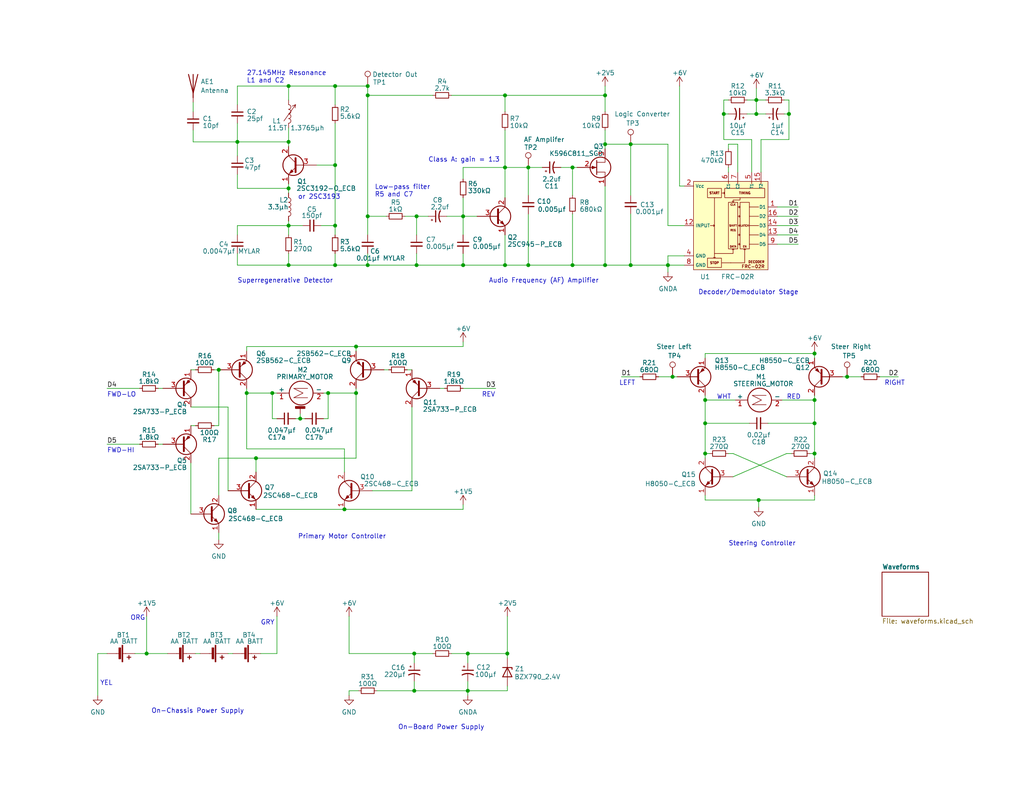
<source format=kicad_sch>
(kicad_sch (version 20230121) (generator eeschema)
  (paper "USLetter")
  (title_block (title "Marcraft SE-1030 RC Car (Confluent)") (date "2023-07-21"))
  (lib_symbols
    (symbol "Connector:TestPoint" (pin_numbers hide) (pin_names (offset 0.762) hide)
      (property "Reference" "TP" (at 0 6.858 0))
      (property "Value" "TestPoint" (at 0 5.08 0))
      (symbol "TestPoint_0_1"
        (circle (center 0 3.302) (radius 0.762))
      )
      (symbol "TestPoint_1_1"
        (pin passive line (at 0 0 90) (length 2.54) (name "1") (number "1"))
      )
    )
    (symbol "Device:Antenna" (pin_numbers hide) (pin_names (offset 1.016) hide)
      (property "Reference" "AE" (at -1.905 1.905 0))
      (property "Value" "Antenna" (at -1.905 0 0))
      (symbol "Antenna_0_1"
        (polyline (pts (xy 0 2.54) (xy 0 -3.81)) (stroke (width 0.254)))
        (polyline (pts (xy 1.27 2.54) (xy 0 -2.54) (xy -1.27 2.54)) (stroke (width 0.254)))
      )
      (symbol "Antenna_1_1"
        (pin input line (at 0 -5.08 90) (length 2.54) (name "A") (number "1"))
      )
    )
    (symbol "Device:Battery_Cell" (pin_numbers hide) (pin_names (offset 0) hide)
      (property "Reference" "BT" (at 2.54 2.54 0))
      (property "Value" "Battery_Cell" (at 2.54 0 0))
      (symbol "Battery_Cell_0_1"
        (rectangle (start -2.286 1.778) (end 2.286 1.524) (fill (type outline)))
        (rectangle (start -1.5748 1.1938) (end 1.4732 0.6858) (fill (type outline)))
        (polyline (pts (xy 0 0.762) (xy 0 0)))
        (polyline (pts (xy 0 1.778) (xy 0 2.54)))
        (polyline (pts (xy 0.508 3.429) (xy 1.524 3.429)) (stroke (width 0.254)))
        (polyline (pts (xy 1.016 3.937) (xy 1.016 2.921)) (stroke (width 0.254)))
      )
      (symbol "Battery_Cell_1_1"
        (pin passive line (at 0 5.08 270) (length 2.54) (name "+") (number "1"))
        (pin passive line (at 0 -2.54 90) (length 2.54) (name "-") (number "2"))
      )
    )
    (symbol "Device:C_Polarized_Small_US" (pin_numbers hide) (pin_names (offset 0.254) hide)
      (property "Reference" "C" (at 0.254 1.778 0))
      (property "Value" "C_Polarized_Small_US" (at 0.254 -2.032 0))
      (symbol "C_Polarized_Small_US_0_1"
        (polyline (pts (xy -1.524 0.508) (xy 1.524 0.508)) (stroke (width 0.3048)))
        (polyline (pts (xy -1.27 1.524) (xy -0.762 1.524)))
        (polyline (pts (xy -1.016 1.27) (xy -1.016 1.778)))
        (arc (start 1.524 -0.762) (mid 0 -0.3734) (end -1.524 -0.762) (stroke (width 0.3048)))
      )
      (symbol "C_Polarized_Small_US_1_1"
        (pin passive line (at 0 2.54 270) (length 2.032) (name "~") (number "1"))
        (pin passive line (at 0 -2.54 90) (length 2.032) (name "~") (number "2"))
      )
    )
    (symbol "Device:C_Small" (pin_numbers hide) (pin_names (offset 0.254) hide)
      (property "Reference" "C" (at 0.254 1.778 0))
      (property "Value" "C_Small" (at 0.254 -2.032 0))
      (symbol "C_Small_0_1"
        (polyline (pts (xy -1.524 -0.508) (xy 1.524 -0.508)) (stroke (width 0.3302)))
        (polyline (pts (xy -1.524 0.508) (xy 1.524 0.508)) (stroke (width 0.3048)))
      )
      (symbol "C_Small_1_1"
        (pin passive line (at 0 2.54 270) (length 2.032) (name "~") (number "1"))
        (pin passive line (at 0 -2.54 90) (length 2.032) (name "~") (number "2"))
      )
    )
    (symbol "Device:D_Zener" (pin_numbers hide) (pin_names (offset 1.016) hide)
      (property "Reference" "D" (at 0 2.54 0))
      (property "Value" "D_Zener" (at 0 -2.54 0))
      (symbol "D_Zener_0_1"
        (polyline (pts (xy 1.27 0) (xy -1.27 0)))
        (polyline (pts (xy -1.27 -1.27) (xy -1.27 1.27) (xy -0.762 1.27)) (stroke (width 0.254)))
        (polyline (pts (xy 1.27 -1.27) (xy 1.27 1.27) (xy -1.27 0) (xy 1.27 -1.27)) (stroke (width 0.254)))
      )
      (symbol "D_Zener_1_1"
        (pin passive line (at -3.81 0 0) (length 2.54) (name "K") (number "1"))
        (pin passive line (at 3.81 0 180) (length 2.54) (name "A") (number "2"))
      )
    )
    (symbol "Device:L" (pin_numbers hide) (pin_names (offset 1.016) hide)
      (property "Reference" "L" (at -1.27 0 90))
      (property "Value" "L" (at 1.905 0 90))
      (symbol "L_0_1"
        (arc (start 0 -2.54) (mid 0.6323 -1.905) (end 0 -1.27))
        (arc (start 0 -1.27) (mid 0.6323 -0.635) (end 0 0))
        (arc (start 0 0) (mid 0.6323 0.635) (end 0 1.27))
        (arc (start 0 1.27) (mid 0.6323 1.905) (end 0 2.54))
      )
      (symbol "L_1_1"
        (pin passive line (at 0 3.81 270) (length 1.27) (name "1") (number "1"))
        (pin passive line (at 0 -3.81 90) (length 1.27) (name "2") (number "2"))
      )
    )
    (symbol "Device:L_Trim" (pin_numbers hide) (pin_names (offset 1.016) hide)
      (property "Reference" "L" (at -1.905 0 90))
      (property "Value" "L_Trim" (at 3.175 0 90))
      (symbol "L_Trim_0_1"
        (arc (start 0 -2.54) (mid 0.6323 -1.905) (end 0 -1.27))
        (arc (start 0 -1.27) (mid 0.6323 -0.635) (end 0 0))
        (polyline (pts (xy -1.27 -1.905) (xy 1.905 2.54)))
        (polyline (pts (xy 1.905 2.54) (xy 1.016 2.159)))
        (polyline (pts (xy 1.905 2.54) (xy 1.778 1.651)))
        (arc (start 0 0) (mid 0.6323 0.635) (end 0 1.27))
        (arc (start 0 1.27) (mid 0.6323 1.905) (end 0 2.54))
      )
      (symbol "L_Trim_1_1"
        (pin passive line (at 0 3.81 270) (length 1.27) (name "1") (number "1"))
        (pin passive line (at 0 -3.81 90) (length 1.27) (name "2") (number "2"))
      )
    )
    (symbol "Device:Q_NJFET_SGD" (pin_names (offset 0) hide)
      (property "Reference" "Q" (at 5.08 1.27 0))
      (property "Value" "Q_NJFET_SGD" (at 5.08 -1.27 0))
      (symbol "Q_NJFET_SGD_0_1"
        (polyline (pts (xy 0.254 1.905) (xy 0.254 -1.905) (xy 0.254 -1.905)) (stroke (width 0.254)))
        (polyline (pts (xy 2.54 -2.54) (xy 2.54 -1.27) (xy 0.254 -1.27)))
        (polyline (pts (xy 2.54 2.54) (xy 2.54 1.397) (xy 0.254 1.397)))
        (polyline (pts (xy 0 0) (xy -1.016 0.381) (xy -1.016 -0.381) (xy 0 0)) (fill (type outline)))
        (circle (center 1.27 0) (radius 2.8194) (stroke (width 0.254)))
      )
      (symbol "Q_NJFET_SGD_1_1"
        (pin passive line (at 2.54 -5.08 90) (length 2.54) (name "S") (number "1"))
        (pin input line (at -5.08 0 0) (length 5.334) (name "G") (number "2"))
        (pin passive line (at 2.54 5.08 270) (length 2.54) (name "D") (number "3"))
      )
    )
    (symbol "Device:Q_NPN_ECB" (pin_names (offset 0) hide)
      (property "Reference" "Q" (at 5.08 1.27 0))
      (property "Value" "Q_NPN_ECB" (at 5.08 -1.27 0))
      (symbol "Q_NPN_ECB_0_1"
        (polyline (pts (xy 0.635 0.635) (xy 2.54 2.54)))
        (polyline (pts (xy 0.635 -0.635) (xy 2.54 -2.54) (xy 2.54 -2.54)))
        (polyline (pts (xy 0.635 1.905) (xy 0.635 -1.905) (xy 0.635 -1.905)) (stroke (width 0.508)))
        (polyline (pts (xy 1.27 -1.778) (xy 1.778 -1.27) (xy 2.286 -2.286) (xy 1.27 -1.778) (xy 1.27 -1.778)) (fill (type outline)))
        (circle (center 1.27 0) (radius 2.8194) (stroke (width 0.254)))
      )
      (symbol "Q_NPN_ECB_1_1"
        (pin passive line (at 2.54 -5.08 90) (length 2.54) (name "E") (number "1"))
        (pin passive line (at 2.54 5.08 270) (length 2.54) (name "C") (number "2"))
        (pin passive line (at -5.08 0 0) (length 5.715) (name "B") (number "3"))
      )
    )
    (symbol "Device:Q_PNP_ECB" (pin_names (offset 0) hide)
      (property "Reference" "Q" (at 5.08 1.27 0))
      (property "Value" "Q_PNP_ECB" (at 5.08 -1.27 0))
      (symbol "Q_PNP_ECB_0_1"
        (polyline (pts (xy 0.635 0.635) (xy 2.54 2.54)))
        (polyline (pts (xy 0.635 -0.635) (xy 2.54 -2.54) (xy 2.54 -2.54)))
        (polyline (pts (xy 0.635 1.905) (xy 0.635 -1.905) (xy 0.635 -1.905)) (stroke (width 0.508)))
        (polyline (pts (xy 2.286 -1.778) (xy 1.778 -2.286) (xy 1.27 -1.27) (xy 2.286 -1.778) (xy 2.286 -1.778)) (fill (type outline)))
        (circle (center 1.27 0) (radius 2.8194) (stroke (width 0.254)))
      )
      (symbol "Q_PNP_ECB_1_1"
        (pin passive line (at 2.54 -5.08 90) (length 2.54) (name "E") (number "1"))
        (pin passive line (at 2.54 5.08 270) (length 2.54) (name "C") (number "2"))
        (pin input line (at -5.08 0 0) (length 5.715) (name "B") (number "3"))
      )
    )
    (symbol "Device:R_Small" (pin_numbers hide) (pin_names (offset 0.254) hide)
      (property "Reference" "R" (at 0.762 0.508 0))
      (property "Value" "R_Small" (at 0.762 -1.016 0))
      (symbol "R_Small_0_1"
        (rectangle (start -0.762 1.778) (end 0.762 -1.778) (stroke (width 0.2032)))
      )
      (symbol "R_Small_1_1"
        (pin passive line (at 0 2.54 270) (length 0.762) (name "~") (number "1"))
        (pin passive line (at 0 -2.54 90) (length 0.762) (name "~") (number "2"))
      )
    )
    (symbol "Motor:Motor_DC" (pin_names (offset 0))
      (property "Reference" "M" (at 2.54 2.54 0))
      (property "Value" "Motor_DC" (at 2.54 -5.08 0))
      (symbol "Motor_DC_0_0"
        (polyline (pts (xy -1.27 -3.302) (xy -1.27 0.508) (xy 0 -2.032) (xy 1.27 0.508) (xy 1.27 -3.302)))
      )
      (symbol "Motor_DC_0_1"
        (circle (center 0 -1.524) (radius 3.2512) (stroke (width 0.254)))
        (polyline (pts (xy 0 -7.62) (xy 0 -7.112)))
        (polyline (pts (xy 0 -4.7752) (xy 0 -5.1816)))
        (polyline (pts (xy 0 1.7272) (xy 0 2.0828)))
        (polyline (pts (xy 0 2.032) (xy 0 2.54)))
      )
      (symbol "Motor_DC_1_1"
        (pin passive line (at 0 5.08 270) (length 2.54) (name "+") (number "1"))
        (pin passive line (at 0 -7.62 90) (length 2.54) (name "-") (number "2"))
      )
    )
    (symbol "RF:FRC-02R"
      (property "Reference" "U" (at -8.89 -13.335 0))
      (property "Value" "FRC-02R" (at 0 -13.335 0))
      (symbol "FRC-02R_0_0"
        (rectangle (start -9.525 12.065) (end 10.795 -12.065) (stroke (width 0.1524)) (fill (type background)))
        (polyline (pts (xy -4.064 -8.636) (xy -3.81 -8.89) (xy -3.556 -8.636)) (stroke (width 0.1524)))
        (polyline (pts (xy -4.064 0.254) (xy -3.81 0) (xy -4.064 -0.254)) (stroke (width 0.1524)))
        (polyline (pts (xy -1.27 9.144) (xy -1.016 8.89) (xy -1.27 8.636)) (stroke (width 0.1524)))
        (polyline (pts (xy 1.016 -6.604) (xy 1.27 -6.35) (xy 1.524 -6.604)) (stroke (width 0.1524)))
        (polyline (pts (xy 1.524 6.604) (xy 1.27 6.35) (xy 1.016 6.604)) (stroke (width 0.1524)))
        (polyline (pts (xy 2.921 -4.826) (xy 3.175 -5.08) (xy 2.921 -5.334)) (stroke (width 0.1524)))
        (polyline (pts (xy 2.921 -2.286) (xy 3.175 -2.54) (xy 2.921 -2.794)) (stroke (width 0.1524)))
        (polyline (pts (xy 2.921 0.254) (xy 3.175 0) (xy 2.921 -0.254)) (stroke (width 0.1524)))
        (polyline (pts (xy 2.921 2.794) (xy 3.175 2.54) (xy 2.921 2.286)) (stroke (width 0.1524)))
        (polyline (pts (xy 2.921 5.334) (xy 3.175 5.08) (xy 2.921 4.826)) (stroke (width 0.1524)))
        (polyline (pts (xy 4.191 -6.604) (xy 4.445 -6.35) (xy 4.699 -6.604)) (stroke (width 0.1524)))
        (polyline (pts (xy 1.27 6.35) (xy 1.27 6.985) (xy 3.175 6.985) (xy 3.175 7.62)) (stroke (width 0.1524)))
        (text "CLK" (at 1.27 5.715 0) (effects (font (size 0.508 0.508))))
        (text "DATA" (at 1.27 -5.715 0) (effects (font (size 0.508 0.508))))
        (text "DECODER" (at 7.62 -9.906 0) (effects (font (size 0.635 0.635))))
        (text "EN" (at 4.445 -5.715 0) (effects (font (size 0.508 0.508))))
        (text "FRC-02R" (at 6.731 -11.176 0) (effects (font (size 0.889 0.889))))
        (text "LATCH" (at 4.445 0 0) (effects (font (size 0.508 0.508))))
        (text "REG" (at 1.27 -1.27 0) (effects (font (size 0.508 0.508))))
        (text "SHIFT" (at 1.27 0 0) (effects (font (size 0.508 0.508))))
        (text "START" (at -3.81 8.89 0) (effects (font (size 0.635 0.635))))
        (text "STOP" (at -3.81 -10.16 0) (effects (font (size 0.635 0.635))))
        (text "TIMING" (at 4.445 8.89 0) (effects (font (size 0.635 0.635))))
      )
      (symbol "FRC-02R_0_1"
        (rectangle (start -5.715 -8.89) (end -1.905 -11.43) (stroke (width 0.1524)) (fill (type background)))
        (rectangle (start -5.715 10.16) (end -1.905 7.62) (stroke (width 0.1524)) (fill (type background)))
        (rectangle (start -1.016 10.16) (end 9.906 7.62) (stroke (width 0.1524)) (fill (type background)))
        (polyline (pts (xy -4.953 0) (xy -3.81 0)) (stroke (width 0.1524)))
        (polyline (pts (xy -3.81 0) (xy -3.81 -8.89)) (stroke (width 0.1524)))
        (polyline (pts (xy -3.81 7.62) (xy -3.81 0)) (stroke (width 0.1524)))
        (polyline (pts (xy -1.778 8.89) (xy -1.016 8.89)) (stroke (width 0.1524)))
        (polyline (pts (xy 0 12.065) (xy 0 11.43)) (stroke (width 0.1524)))
        (polyline (pts (xy 0.635 -10.16) (xy -1.778 -10.16)) (stroke (width 0.1524)))
        (polyline (pts (xy 2.54 -5.08) (xy 3.175 -5.08)) (stroke (width 0.1524)))
        (polyline (pts (xy 2.54 -2.54) (xy 3.175 -2.54)) (stroke (width 0.1524)))
        (polyline (pts (xy 2.54 0) (xy 3.175 0)) (stroke (width 0.1524)))
        (polyline (pts (xy 2.54 2.54) (xy 3.175 2.54)) (stroke (width 0.1524)))
        (polyline (pts (xy 2.54 5.08) (xy 3.175 5.08)) (stroke (width 0.1524)))
        (polyline (pts (xy 2.54 12.065) (xy 2.54 11.43)) (stroke (width 0.1524)))
        (polyline (pts (xy 4.445 -6.35) (xy 4.445 -8.89)) (stroke (width 0.1524)))
        (polyline (pts (xy 6.35 12.065) (xy 6.35 11.43)) (stroke (width 0.1524)))
        (polyline (pts (xy 8.255 -5.08) (xy 5.715 -5.08)) (stroke (width 0.1524)))
        (polyline (pts (xy 8.255 -2.54) (xy 5.715 -2.54)) (stroke (width 0.1524)))
        (polyline (pts (xy 8.255 0) (xy 5.715 0)) (stroke (width 0.1524)))
        (polyline (pts (xy 8.255 2.54) (xy 5.715 2.54)) (stroke (width 0.1524)))
        (polyline (pts (xy 8.255 5.08) (xy 5.715 5.08)) (stroke (width 0.1524)))
        (polyline (pts (xy 8.89 12.065) (xy 8.89 11.43)) (stroke (width 0.1524)))
        (polyline (pts (xy -3.81 -7.62) (xy 1.27 -7.62) (xy 1.27 -6.35)) (stroke (width 0.1524)))
        (polyline (pts (xy 0.635 -10.16) (xy 4.445 -10.16) (xy 4.445 -8.89)) (stroke (width 0.1524)))
        (rectangle (start 0 6.35) (end 2.54 -6.35) (stroke (width 0.1524)) (fill (type background)))
        (rectangle (start 3.175 6.35) (end 5.715 -6.35) (stroke (width 0.1524)) (fill (type background)))
      )
      (symbol "FRC-02R_1_1"
        (pin output line (at 13.335 5.08 180) (length 2.54) (name "D1") (number "1"))
        (pin input line (at -12.065 0 0) (length 2.54) (name "INPUT") (number "12"))
        (pin output line (at 13.335 -2.54 180) (length 2.54) (name "D4") (number "13"))
        (pin output line (at 13.335 0 180) (length 2.54) (name "D3") (number "14"))
        (pin passive line (at 8.89 14.605 270) (length 2.54) (name "T2") (number "15"))
        (pin output line (at 13.335 2.54 180) (length 2.54) (name "D2") (number "16"))
        (pin power_in line (at -12.065 10.795 0) (length 2.54) (name "Vcc") (number "2"))
        (pin power_in line (at -12.065 -8.255 0) (length 2.54) (name "GND") (number "4"))
        (pin passive line (at 6.35 14.605 270) (length 2.54) (name "T1") (number "5"))
        (pin passive line (at 0 14.605 270) (length 2.54) (name "C1") (number "6"))
        (pin passive line (at 2.54 14.605 270) (length 2.54) (name "C2") (number "7"))
        (pin power_in line (at -12.065 -10.795 0) (length 2.54) (name "GND") (number "8"))
        (pin output line (at 13.335 -5.08 180) (length 2.54) (name "D5") (number "9"))
      )
    )
    (symbol "power:+1V5" (power) (pin_names (offset 0))
      (property "Value" "+1V5" (at 0 3.556 0))
      (symbol "+1V5_0_1"
        (polyline (pts (xy -0.762 1.27) (xy 0 2.54)))
        (polyline (pts (xy 0 0) (xy 0 2.54)))
        (polyline (pts (xy 0 2.54) (xy 0.762 1.27)))
      )
      (symbol "+1V5_1_1"
        (pin power_in line (at 0 0 90) (length 0) hide (name "+1V5") (number "1"))
      )
    )
    (symbol "power:+2V5" (power) (pin_names (offset 0))
      (property "Value" "+2V5" (at 0 3.556 0))
      (symbol "+2V5_0_1"
        (polyline (pts (xy -0.762 1.27) (xy 0 2.54)))
        (polyline (pts (xy 0 0) (xy 0 2.54)))
        (polyline (pts (xy 0 2.54) (xy 0.762 1.27)))
      )
      (symbol "+2V5_1_1"
        (pin power_in line (at 0 0 90) (length 0) hide (name "+2V5") (number "1"))
      )
    )
    (symbol "power:+6V" (power) (pin_names (offset 0))
      (property "Value" "+6V" (at 0 3.556 0))
      (symbol "+6V_0_1"
        (polyline (pts (xy -0.762 1.27) (xy 0 2.54)))
        (polyline (pts (xy 0 0) (xy 0 2.54)))
        (polyline (pts (xy 0 2.54) (xy 0.762 1.27)))
      )
      (symbol "+6V_1_1"
        (pin power_in line (at 0 0 90) (length 0) hide (name "+6V") (number "1"))
      )
    )
    (symbol "power:GND" (power) (pin_names (offset 0))
      (property "Value" "GND" (at 0 -3.81 0))
      (symbol "GND_0_1"
        (polyline (pts (xy 0 0) (xy 0 -1.27) (xy 1.27 -1.27) (xy 0 -2.54) (xy -1.27 -1.27) (xy 0 -1.27)))
      )
      (symbol "GND_1_1"
        (pin power_in line (at 0 0 270) (length 0) hide (name "GND") (number "1"))
      )
    )
    (symbol "power:GNDA" (power) (pin_names (offset 0))
      (property "Value" "GNDA" (at 0 -3.81 0))
      (symbol "GNDA_0_1"
        (polyline (pts (xy 0 0) (xy 0 -1.27) (xy 1.27 -1.27) (xy 0 -2.54) (xy -1.27 -1.27) (xy 0 -1.27)))
      )
      (symbol "GNDA_1_1"
        (pin power_in line (at 0 0 270) (length 0) hide (name "GNDA") (number "1"))
      )
    )
    (symbol "power:GNDD" (power) (pin_names (offset 0))
      (property "Value" "GNDD" (at 0 -3.175 0))
      (symbol "GNDD_0_1"
        (rectangle (start -1.27 -1.524) (end 1.27 -2.032) (stroke (width 0.254)) (fill (type outline)))
        (polyline (pts (xy 0 0) (xy 0 -1.524)))
      )
      (symbol "GNDD_1_1"
        (pin power_in line (at 0 0 270) (length 0) hide (name "GNDD") (number "1"))
      )
    )
  )
  (junction (at 91.44 72.39))
  (junction (at 172.085 39.37))
  (junction (at 165.1 72.39))
  (junction (at 113.03 188.595))
  (junction (at 156.21 45.72))
  (junction (at 69.85 125.095))
  (junction (at 192.405 123.825))
  (junction (at 97.155 94.615))
  (junction (at 183.515 102.87))
  (junction (at 91.44 61.595))
  (junction (at 144.145 72.39))
  (junction (at 91.44 45.085))
  (junction (at 113.665 72.39))
  (junction (at 78.74 51.435))
  (junction (at 138.43 178.435))
  (junction (at 127.635 178.435))
  (junction (at 144.145 45.72))
  (junction (at 197.485 31.115))
  (junction (at 78.74 23.495))
  (junction (at 40.005 178.435))
  (junction (at 172.085 72.39))
  (junction (at 97.155 107.315))
  (junction (at 100.33 72.39))
  (junction (at 182.245 72.39))
  (junction (at 192.405 115.57))
  (junction (at 74.295 107.315))
  (junction (at 231.14 102.87))
  (junction (at 64.77 38.735))
  (junction (at 59.69 100.965))
  (junction (at 78.74 72.39))
  (junction (at 206.375 31.115))
  (junction (at 93.98 139.065))
  (junction (at 126.365 59.055))
  (junction (at 81.915 114.3))
  (junction (at 126.365 72.39))
  (junction (at 100.33 26.035))
  (junction (at 222.25 115.57))
  (junction (at 137.795 45.72))
  (junction (at 100.33 59.055))
  (junction (at 215.265 31.115))
  (junction (at 222.25 96.52))
  (junction (at 127.635 188.595))
  (junction (at 67.31 107.315))
  (junction (at 156.21 72.39))
  (junction (at 113.03 178.435))
  (junction (at 100.33 23.495))
  (junction (at 78.74 61.595))
  (junction (at 222.25 123.825))
  (junction (at 165.1 39.37))
  (junction (at 206.375 27.305))
  (junction (at 91.44 23.495))
  (junction (at 207.01 136.525))
  (junction (at 89.535 107.315))
  (junction (at 192.405 109.22))
  (junction (at 78.74 38.735))
  (junction (at 113.665 59.055))
  (junction (at 222.25 109.22))
  (junction (at 137.795 72.39))
  (junction (at 165.1 26.035))
  (junction (at 137.795 26.035))
  (wire (pts (xy 64.77 72.39) (xy 78.74 72.39)))
  (wire (pts (xy 213.36 109.22) (xy 222.25 109.22)))
  (wire (pts (xy 138.43 168.275) (xy 138.43 178.435)))
  (wire (pts (xy 78.74 23.495) (xy 78.74 27.305)))
  (wire (pts (xy 144.145 72.39) (xy 156.21 72.39)))
  (wire (pts (xy 59.69 135.255) (xy 59.69 125.095)))
  (wire (pts (xy 100.33 72.39) (xy 100.33 69.215)))
  (wire (pts (xy 67.31 95.885) (xy 67.31 94.615)))
  (wire (pts (xy 137.795 45.72) (xy 137.795 53.975)))
  (wire (pts (xy 100.33 59.055) (xy 100.33 26.035)))
  (wire (pts (xy 231.14 102.87) (xy 234.95 102.87)))
  (wire (pts (xy 165.1 30.48) (xy 165.1 26.035)))
  (wire (pts (xy 222.25 109.22) (xy 222.25 115.57)))
  (wire (pts (xy 207.645 38.1) (xy 215.265 38.1)))
  (wire (pts (xy 240.03 102.87) (xy 245.11 102.87)))
  (wire (pts (xy 205.105 46.99) (xy 205.105 38.1)))
  (wire (pts (xy 192.405 97.79) (xy 192.405 96.52)))
  (wire (pts (xy 153.035 45.72) (xy 156.21 45.72)))
  (wire (pts (xy 215.265 31.115) (xy 215.265 27.305)))
  (wire (pts (xy 113.03 178.435) (xy 118.11 178.435)))
  (wire (pts (xy 165.1 72.39) (xy 156.21 72.39)))
  (wire (pts (xy 43.18 121.285) (xy 44.45 121.285)))
  (wire (pts (xy 64.77 38.735) (xy 64.77 33.655)))
  (wire (pts (xy 138.43 178.435) (xy 138.43 179.705)))
  (wire (pts (xy 78.74 61.595) (xy 78.74 64.135)))
  (wire (pts (xy 110.49 59.055) (xy 113.665 59.055)))
  (wire (pts (xy 197.485 38.1) (xy 197.485 31.115)))
  (wire (pts (xy 185.42 50.8) (xy 186.69 50.8)))
  (wire (pts (xy 192.405 96.52) (xy 222.25 96.52)))
  (wire (pts (xy 93.98 128.905) (xy 93.98 122.555)))
  (wire (pts (xy 197.485 27.305) (xy 198.755 27.305)))
  (wire (pts (xy 58.42 116.205) (xy 59.69 116.205)))
  (wire (pts (xy 206.375 27.305) (xy 208.915 27.305)))
  (wire (pts (xy 64.77 51.435) (xy 78.74 51.435)))
  (wire (pts (xy 165.1 35.56) (xy 165.1 39.37)))
  (wire (pts (xy 229.87 102.87) (xy 231.14 102.87)))
  (wire (pts (xy 192.405 109.22) (xy 192.405 115.57)))
  (wire (pts (xy 82.55 61.595) (xy 78.74 61.595)))
  (wire (pts (xy 126.365 45.72) (xy 137.795 45.72)))
  (wire (pts (xy 214.63 123.825) (xy 215.9 123.825)))
  (wire (pts (xy 186.69 61.595) (xy 182.245 61.595)))
  (wire (pts (xy 137.795 45.72) (xy 144.145 45.72)))
  (wire (pts (xy 62.23 178.435) (xy 63.5 178.435)))
  (wire (pts (xy 75.565 168.275) (xy 75.565 178.435)))
  (wire (pts (xy 62.23 133.985) (xy 62.23 111.125)))
  (wire (pts (xy 62.23 111.125) (xy 52.07 111.125)))
  (wire (pts (xy 113.665 59.055) (xy 116.84 59.055)))
  (wire (pts (xy 182.245 69.85) (xy 186.69 69.85)))
  (wire (pts (xy 36.83 178.435) (xy 40.005 178.435)))
  (wire (pts (xy 26.67 178.435) (xy 26.67 189.865)))
  (wire (pts (xy 206.375 24.13) (xy 206.375 27.305)))
  (wire (pts (xy 91.44 72.39) (xy 100.33 72.39)))
  (wire (pts (xy 69.85 125.095) (xy 97.155 125.095)))
  (wire (pts (xy 81.915 113.03) (xy 81.915 114.3)))
  (wire (pts (xy 80.645 114.3) (xy 81.915 114.3)))
  (wire (pts (xy 137.795 72.39) (xy 144.145 72.39)))
  (wire (pts (xy 197.485 31.115) (xy 198.755 31.115)))
  (wire (pts (xy 183.515 102.87) (xy 179.705 102.87)))
  (wire (pts (xy 192.405 123.825) (xy 193.675 123.825)))
  (wire (pts (xy 137.795 26.035) (xy 165.1 26.035)))
  (wire (pts (xy 59.69 116.205) (xy 59.69 100.965)))
  (wire (pts (xy 113.665 59.055) (xy 113.665 64.135)))
  (wire (pts (xy 89.535 107.315) (xy 97.155 107.315)))
  (wire (pts (xy 81.915 114.3) (xy 83.185 114.3)))
  (wire (pts (xy 192.405 115.57) (xy 204.47 115.57)))
  (wire (pts (xy 198.755 45.72) (xy 198.755 46.99)))
  (wire (pts (xy 207.01 136.525) (xy 222.25 136.525)))
  (wire (pts (xy 172.085 58.42) (xy 172.085 72.39)))
  (wire (pts (xy 207.01 136.525) (xy 207.01 138.43)))
  (wire (pts (xy 53.34 178.435) (xy 54.61 178.435)))
  (wire (pts (xy 69.85 128.905) (xy 69.85 125.095)))
  (wire (pts (xy 222.25 136.525) (xy 222.25 135.255)))
  (wire (pts (xy 91.44 33.655) (xy 91.44 45.085)))
  (wire (pts (xy 212.09 66.675) (xy 217.805 66.675)))
  (wire (pts (xy 156.21 58.42) (xy 156.21 72.39)))
  (wire (pts (xy 212.09 59.055) (xy 217.805 59.055)))
  (wire (pts (xy 75.565 107.315) (xy 74.295 107.315)))
  (wire (pts (xy 156.21 45.72) (xy 157.48 45.72)))
  (wire (pts (xy 100.33 26.035) (xy 100.33 23.495)))
  (wire (pts (xy 209.55 115.57) (xy 222.25 115.57)))
  (wire (pts (xy 201.295 39.37) (xy 201.295 46.99)))
  (wire (pts (xy 172.085 39.37) (xy 182.245 39.37)))
  (wire (pts (xy 64.77 47.625) (xy 64.77 51.435)))
  (wire (pts (xy 220.98 123.825) (xy 222.25 123.825)))
  (wire (pts (xy 88.265 107.315) (xy 89.535 107.315)))
  (wire (pts (xy 120.015 106.045) (xy 121.285 106.045)))
  (wire (pts (xy 52.07 126.365) (xy 52.07 140.335)))
  (wire (pts (xy 182.245 72.39) (xy 186.69 72.39)))
  (wire (pts (xy 74.295 107.315) (xy 67.31 107.315)))
  (wire (pts (xy 222.25 96.52) (xy 222.25 95.885)))
  (wire (pts (xy 93.98 139.065) (xy 126.365 139.065)))
  (wire (pts (xy 144.145 45.72) (xy 147.955 45.72)))
  (wire (pts (xy 222.25 96.52) (xy 222.25 97.79)))
  (wire (pts (xy 67.31 122.555) (xy 67.31 107.315)))
  (wire (pts (xy 91.44 72.39) (xy 91.44 69.215)))
  (wire (pts (xy 172.085 72.39) (xy 165.1 72.39)))
  (wire (pts (xy 165.1 39.37) (xy 172.085 39.37)))
  (wire (pts (xy 198.755 39.37) (xy 201.295 39.37)))
  (wire (pts (xy 67.31 107.315) (xy 67.31 106.045)))
  (wire (pts (xy 91.44 61.595) (xy 91.44 64.135)))
  (wire (pts (xy 95.25 178.435) (xy 113.03 178.435)))
  (wire (pts (xy 138.43 187.325) (xy 138.43 188.595)))
  (wire (pts (xy 192.405 109.22) (xy 200.66 109.22)))
  (wire (pts (xy 121.92 59.055) (xy 126.365 59.055)))
  (wire (pts (xy 64.77 69.215) (xy 64.77 72.39)))
  (wire (pts (xy 88.265 114.3) (xy 89.535 114.3)))
  (wire (pts (xy 78.74 34.925) (xy 78.74 38.735)))
  (wire (pts (xy 165.1 23.495) (xy 165.1 26.035)))
  (wire (pts (xy 198.755 123.825) (xy 200.025 123.825)))
  (wire (pts (xy 97.155 94.615) (xy 126.365 94.615)))
  (wire (pts (xy 222.25 115.57) (xy 222.25 123.825)))
  (wire (pts (xy 74.295 114.3) (xy 74.295 107.315)))
  (wire (pts (xy 95.25 189.865) (xy 95.25 188.595)))
  (wire (pts (xy 113.03 178.435) (xy 113.03 180.975)))
  (wire (pts (xy 59.69 145.415) (xy 59.69 147.32)))
  (wire (pts (xy 91.44 45.085) (xy 91.44 61.595)))
  (wire (pts (xy 126.365 72.39) (xy 113.665 72.39)))
  (wire (pts (xy 104.775 100.965) (xy 106.045 100.965)))
  (wire (pts (xy 203.835 27.305) (xy 206.375 27.305)))
  (wire (pts (xy 89.535 114.3) (xy 89.535 107.315)))
  (wire (pts (xy 165.1 50.8) (xy 165.1 72.39)))
  (wire (pts (xy 113.03 188.595) (xy 127.635 188.595)))
  (wire (pts (xy 40.005 168.275) (xy 40.005 178.435)))
  (wire (pts (xy 126.365 139.065) (xy 126.365 137.795)))
  (wire (pts (xy 58.42 100.965) (xy 59.69 100.965)))
  (wire (pts (xy 127.635 188.595) (xy 127.635 186.055)))
  (wire (pts (xy 126.365 59.055) (xy 126.365 53.975)))
  (wire (pts (xy 101.6 133.985) (xy 112.395 133.985)))
  (wire (pts (xy 213.995 31.115) (xy 215.265 31.115)))
  (wire (pts (xy 126.365 106.045) (xy 135.255 106.045)))
  (wire (pts (xy 78.74 51.435) (xy 78.74 52.705)))
  (wire (pts (xy 78.74 51.435) (xy 78.74 50.165)))
  (wire (pts (xy 172.085 39.37) (xy 172.085 53.34)))
  (wire (pts (xy 69.85 139.065) (xy 93.98 139.065)))
  (wire (pts (xy 127.635 188.595) (xy 138.43 188.595)))
  (wire (pts (xy 78.74 61.595) (xy 78.74 60.325)))
  (wire (pts (xy 64.77 61.595) (xy 78.74 61.595)))
  (wire (pts (xy 215.265 38.1) (xy 215.265 31.115)))
  (wire (pts (xy 87.63 61.595) (xy 91.44 61.595)))
  (wire (pts (xy 100.33 23.495) (xy 91.44 23.495)))
  (wire (pts (xy 100.33 64.135) (xy 100.33 59.055)))
  (wire (pts (xy 67.31 94.615) (xy 97.155 94.615)))
  (wire (pts (xy 215.265 27.305) (xy 213.995 27.305)))
  (wire (pts (xy 78.74 23.495) (xy 91.44 23.495)))
  (wire (pts (xy 64.77 28.575) (xy 64.77 23.495)))
  (wire (pts (xy 192.405 123.825) (xy 192.405 125.095)))
  (wire (pts (xy 100.33 72.39) (xy 113.665 72.39)))
  (wire (pts (xy 126.365 59.055) (xy 130.175 59.055)))
  (wire (pts (xy 192.405 135.255) (xy 192.405 136.525)))
  (wire (pts (xy 113.03 186.055) (xy 113.03 188.595)))
  (wire (pts (xy 100.33 26.035) (xy 118.11 26.035)))
  (wire (pts (xy 91.44 23.495) (xy 91.44 28.575)))
  (wire (pts (xy 137.795 35.56) (xy 137.795 45.72)))
  (wire (pts (xy 192.405 109.22) (xy 192.405 107.95)))
  (wire (pts (xy 127.635 178.435) (xy 138.43 178.435)))
  (wire (pts (xy 97.155 94.615) (xy 97.155 95.885)))
  (wire (pts (xy 212.09 61.595) (xy 217.805 61.595)))
  (wire (pts (xy 40.005 178.435) (xy 45.72 178.435)))
  (wire (pts (xy 102.87 188.595) (xy 113.03 188.595)))
  (wire (pts (xy 203.835 31.115) (xy 206.375 31.115)))
  (wire (pts (xy 212.09 64.135) (xy 217.805 64.135)))
  (wire (pts (xy 52.07 116.205) (xy 53.34 116.205)))
  (wire (pts (xy 111.125 100.965) (xy 112.395 100.965)))
  (wire (pts (xy 59.69 125.095) (xy 69.85 125.095)))
  (wire (pts (xy 184.785 102.87) (xy 183.515 102.87)))
  (wire (pts (xy 137.795 26.035) (xy 137.795 30.48)))
  (wire (pts (xy 126.365 59.055) (xy 126.365 64.135)))
  (wire (pts (xy 127.635 188.595) (xy 127.635 189.865)))
  (wire (pts (xy 78.74 40.005) (xy 78.74 38.735)))
  (wire (pts (xy 182.245 61.595) (xy 182.245 39.37)))
  (wire (pts (xy 64.77 23.495) (xy 78.74 23.495)))
  (wire (pts (xy 182.245 69.85) (xy 182.245 72.39)))
  (wire (pts (xy 200.025 123.825) (xy 214.63 130.175)))
  (wire (pts (xy 169.545 102.87) (xy 174.625 102.87)))
  (wire (pts (xy 71.12 178.435) (xy 75.565 178.435)))
  (wire (pts (xy 52.705 38.735) (xy 64.77 38.735)))
  (wire (pts (xy 185.42 23.495) (xy 185.42 50.8)))
  (wire (pts (xy 26.67 178.435) (xy 29.21 178.435)))
  (wire (pts (xy 197.485 31.115) (xy 197.485 27.305)))
  (wire (pts (xy 222.25 123.825) (xy 222.25 125.095)))
  (wire (pts (xy 113.665 69.215) (xy 113.665 72.39)))
  (wire (pts (xy 29.21 106.045) (xy 38.1 106.045)))
  (wire (pts (xy 123.19 178.435) (xy 127.635 178.435)))
  (wire (pts (xy 126.365 94.615) (xy 126.365 93.345)))
  (wire (pts (xy 127.635 178.435) (xy 127.635 180.975)))
  (wire (pts (xy 207.645 46.99) (xy 207.645 38.1)))
  (wire (pts (xy 192.405 115.57) (xy 192.405 123.825)))
  (wire (pts (xy 172.085 72.39) (xy 182.245 72.39)))
  (wire (pts (xy 144.145 45.72) (xy 144.145 53.34)))
  (wire (pts (xy 112.395 133.985) (xy 112.395 111.125)))
  (wire (pts (xy 137.795 64.135) (xy 137.795 72.39)))
  (wire (pts (xy 78.74 72.39) (xy 91.44 72.39)))
  (wire (pts (xy 97.155 107.315) (xy 97.155 106.045)))
  (wire (pts (xy 165.1 39.37) (xy 165.1 40.64)))
  (wire (pts (xy 43.18 106.045) (xy 44.45 106.045)))
  (wire (pts (xy 200.025 130.175) (xy 214.63 123.825)))
  (wire (pts (xy 93.98 122.555) (xy 67.31 122.555)))
  (wire (pts (xy 78.74 69.215) (xy 78.74 72.39)))
  (wire (pts (xy 75.565 114.3) (xy 74.295 114.3)))
  (wire (pts (xy 205.105 38.1) (xy 197.485 38.1)))
  (wire (pts (xy 126.365 69.215) (xy 126.365 72.39)))
  (wire (pts (xy 64.77 64.135) (xy 64.77 61.595)))
  (wire (pts (xy 198.755 40.64) (xy 198.755 39.37)))
  (wire (pts (xy 97.155 107.315) (xy 97.155 125.095)))
  (wire (pts (xy 86.36 45.085) (xy 91.44 45.085)))
  (wire (pts (xy 78.74 38.735) (xy 64.77 38.735)))
  (wire (pts (xy 206.375 27.305) (xy 206.375 31.115)))
  (wire (pts (xy 52.705 35.56) (xy 52.705 38.735)))
  (wire (pts (xy 156.21 45.72) (xy 156.21 53.34)))
  (wire (pts (xy 126.365 48.895) (xy 126.365 45.72)))
  (wire (pts (xy 182.245 72.39) (xy 182.245 74.295)))
  (wire (pts (xy 95.25 188.595) (xy 97.79 188.595)))
  (wire (pts (xy 29.21 121.285) (xy 38.1 121.285)))
  (wire (pts (xy 52.705 27.94) (xy 52.705 30.48)))
  (wire (pts (xy 144.145 72.39) (xy 144.145 58.42)))
  (wire (pts (xy 64.77 38.735) (xy 64.77 42.545)))
  (wire (pts (xy 137.795 72.39) (xy 126.365 72.39)))
  (wire (pts (xy 222.25 109.22) (xy 222.25 107.95)))
  (wire (pts (xy 192.405 136.525) (xy 207.01 136.525)))
  (wire (pts (xy 52.07 100.965) (xy 53.34 100.965)))
  (wire (pts (xy 95.25 168.275) (xy 95.25 178.435)))
  (wire (pts (xy 123.19 26.035) (xy 137.795 26.035)))
  (wire (pts (xy 100.33 59.055) (xy 105.41 59.055)))
  (wire (pts (xy 206.375 31.115) (xy 208.915 31.115)))
  (wire (pts (xy 212.09 56.515) (xy 217.805 56.515)))
  (text "RIGHT" (at 241.3 105.41 0) (effects (font (size 1.27 1.27)) (justify left bottom)))
  (text "Class A: gain = 1.3" (at 116.84 44.45 0) (effects (font (size 1.27 1.27)) (justify left bottom)))
  (text "On-Chassis Power Supply" (at 41.275 194.945 0) (effects (font (size 1.27 1.27)) (justify left bottom)))
  (text "FWD-LO" (at 29.21 108.585 0) (effects (font (size 1.27 1.27)) (justify left bottom)))
  (text "On-Board Power Supply" (at 108.585 199.39 0) (effects (font (size 1.27 1.27)) (justify left bottom)))
  (text "Decoder/Demodulator Stage" (at 190.5 80.645 0) (effects (font (size 1.27 1.27)) (justify left bottom)))
  (text "FWD-HI" (at 29.21 123.825 0) (effects (font (size 1.27 1.27)) (justify left bottom)))
  (text "LEFT" (at 173.355 105.41 0) (effects (font (size 1.27 1.27)) (justify right bottom)))
  (text "Steering Controller" (at 198.755 149.225 0) (effects (font (size 1.27 1.27)) (justify left bottom)))
  (text "YEL" (at 27.305 187.325 0) (effects (font (size 1.27 1.27)) (justify left bottom)))
  (text "RED" (at 214.63 109.22 0) (effects (font (size 1.27 1.27)) (justify left bottom)))
  (text "REV" (at 131.445 108.585 0) (effects (font (size 1.27 1.27)) (justify left bottom)))
  (text "Audio Frequency (AF) Amplifier" (at 133.35 77.47 0) (effects (font (size 1.27 1.27)) (justify left bottom)))
  (text "Primary Motor Controller" (at 81.28 147.32 0) (effects (font (size 1.27 1.27)) (justify left bottom)))
  (text "Superregenerative Detector" (at 64.77 77.47 0) (effects (font (size 1.27 1.27)) (justify left bottom)))
  (text "WHT" (at 195.58 109.22 0) (effects (font (size 1.27 1.27)) (justify left bottom)))
  (text "Low-pass filter\nR5 and C7" (at 102.235 53.975 0) (effects (font (size 1.27 1.27)) (justify left bottom)))
  (text "ORG" (at 35.56 169.545 0) (effects (font (size 1.27 1.27)) (justify left bottom)))
  (text "GRY" (at 71.12 170.815 0) (effects (font (size 1.27 1.27)) (justify left bottom)))
  (text "27.145MHz Resonance\nL1 and C2" (at 67.31 22.86 0) (effects (font (size 1.27 1.27)) (justify left bottom)))
  (text "or 2SC3193" (at 81.28 54.61 0) (effects (font (size 1.27 1.27)) (justify left bottom)))
  (label "D3" (at 217.805 61.595 180))
  (label "D4" (at 217.805 64.135 180))
  (label "D1" (at 217.805 56.515 180))
  (label "D3" (at 135.255 106.045 180))
  (label "D2" (at 245.11 102.87 180))
  (label "D5" (at 217.805 66.675 180))
  (label "D2" (at 217.805 59.055 180))
  (label "D5" (at 29.21 121.285 0))
  (label "D1" (at 169.545 102.87 0))
  (label "D4" (at 29.21 106.045 0))
  (symbol (lib_id "Device:R_Small") (at 100.33 188.595 90) (unit 1)
    (property "Reference" "R31" (at 100.33 184.785 90))
    (property "Value" "100Ω" (at 100.33 186.667 90))
  )
  (symbol (lib_id "Device:Battery_Cell") (at 31.75 178.435 270) (unit 1)
    (property "Reference" "BT1" (at 33.655 173.355 90))
    (property "Value" "AA BATT" (at 33.782 175.0846 90))
  )
  (symbol (lib_id "power:+6V") (at 206.375 24.13 0) (unit 1)
    (property "Reference" "#PWR?" (effects hide))
    (property "Value" "+6V" (at 206.375 20.5255 0))
  )
  (symbol (lib_id "Device:L_Trim") (at 78.74 31.115 0) (unit 1)
    (property "Reference" "L1" (at 74.295 33.02 0) (effects (justify left)))
    (property "Value" "11.5T 1.3765µh" (at 73.025 34.925 0) (effects (justify left)))
  )
  (symbol (lib_id "Motor:Motor_DC") (at 80.645 107.315 90) (unit 1)
    (property "Reference" "M2" (at 82.55 100.965 90))
    (property "Value" "PRIMARY_MOTOR" (at 83.185 102.8724 90))
  )
  (symbol (lib_id "Connector:TestPoint") (at 144.145 45.72 0) (unit 1)
    (property "Reference" "TP2" (at 143.002 40.2395 0) (effects (justify left)))
    (property "Value" "AF Amplifer" (at 142.875 38.1 0) (effects (justify left)))
    (property "Footprint" "TestPoint:TestPoint_THTPad_D2.5mm_Drill1.2mm" (effects hide))
  )
  (symbol (lib_id "power:+2V5") (at 138.43 168.275 0) (unit 1)
    (property "Reference" "#PWR?" (effects hide))
    (property "Value" "+2V5" (at 138.43 164.6705 0))
  )
  (symbol (lib_id "Device:Q_NPN_ECB") (at 135.255 59.055 0) (unit 1)
    (property "Reference" "Q2" (at 138.43 64.77 0) (effects (justify left)))
    (property "Value" "2SC945-P_ECB" (at 138.43 66.675 0) (effects (justify left)))
  )
  (symbol (lib_id "Device:C_Small") (at 85.09 61.595 90) (unit 1)
    (property "Reference" "C5" (at 85.09 57.15 90))
    (property "Value" "150pf" (at 85.0963 58.8415 90))
  )
  (symbol (lib_id "Device:Q_NPN_ECB") (at 219.71 130.175 0) (unit 1)
    (property "Reference" "Q14" (at 224.5613 129.2665 0) (effects (justify left)))
    (property "Value" "H8050-C_ECB" (at 224.155 131.445 0) (effects (justify left)))
  )
  (symbol (lib_id "Connector:TestPoint") (at 100.33 23.495 0) (unit 1)
    (property "Reference" "TP1" (at 101.727 22.4595 0) (effects (justify left)))
    (property "Value" "Detector Out" (at 101.6 20.32 0) (effects (justify left)))
    (property "Footprint" "TestPoint:TestPoint_THTPad_D2.5mm_Drill1.2mm" (effects hide))
  )
  (symbol (lib_id "Device:C_Small") (at 144.145 55.88 0) (unit 1)
    (property "Reference" "C10" (at 146.4691 54.9778 0) (effects (justify left)))
    (property "Value" "0.005µf" (at 146.685 57.15 0) (effects (justify left)))
  )
  (symbol (lib_id "Device:R_Small") (at 156.21 55.88 0) (unit 1)
    (property "Reference" "R8" (at 158.115 55.245 0) (effects (justify left)))
    (property "Value" "680kΩ" (at 158.115 57.15 0) (effects (justify left)))
  )
  (symbol (lib_id "power:+1V5") (at 126.365 137.795 0) (unit 1)
    (property "Reference" "#PWR?" (effects hide))
    (property "Value" "+1V5" (at 126.365 134.1905 0))
  )
  (symbol (lib_id "Device:R_Small") (at 137.795 33.02 0) (unit 1)
    (property "Reference" "R7" (at 139.065 32.385 0) (effects (justify left)))
    (property "Value" "10kΩ" (at 139.065 34.29 0) (effects (justify left)))
  )
  (symbol (lib_id "Device:R_Small") (at 91.44 31.115 0) (unit 1)
    (property "Reference" "R2" (at 92.71 29.845 0) (effects (justify left)))
    (property "Value" "5.6kΩ" (at 92.71 31.75 0) (effects (justify left)))
  )
  (symbol (lib_id "Device:C_Polarized_Small_US") (at 127.635 183.515 0) (unit 1)
    (property "Reference" "C12" (at 129.9464 182.1747 0) (effects (justify left)))
    (property "Value" "100µf" (at 129.54 184.15 0) (effects (justify left)))
  )
  (symbol (lib_id "Device:R_Small") (at 123.825 106.045 90) (unit 1)
    (property "Reference" "R19" (at 123.825 102.235 90))
    (property "Value" "1.8kΩ" (at 123.825 104.117 90))
  )
  (symbol (lib_id "Device:C_Small") (at 52.705 33.02 0) (unit 1)
    (property "Reference" "C1" (at 55.245 32.385 0) (effects (justify left)))
    (property "Value" "10pf" (at 55.245 34.29 0) (effects (justify left)))
  )
  (symbol (lib_id "power:+6V") (at 185.42 23.495 0) (unit 1)
    (property "Reference" "#PWR?" (effects hide))
    (property "Value" "+6V" (at 185.42 19.8905 0))
  )
  (symbol (lib_id "Device:C_Small") (at 207.01 115.57 90) (unit 1)
    (property "Reference" "C18" (at 207.01 120.65 90))
    (property "Value" "0.02µf" (at 207.01 118.745 90))
  )
  (symbol (lib_id "Device:C_Small") (at 64.77 31.115 0) (unit 1)
    (property "Reference" "C2" (at 67.31 30.48 0) (effects (justify left)))
    (property "Value" "25pf" (at 67.31 32.385 0) (effects (justify left)))
  )
  (symbol (lib_id "Device:R_Small") (at 108.585 100.965 90) (unit 1)
    (property "Reference" "R18" (at 108.585 97.155 90))
    (property "Value" "100Ω" (at 108.585 99.037 90))
  )
  (symbol (lib_id "Connector:TestPoint") (at 172.085 39.37 0) (unit 1)
    (property "Reference" "TP3" (at 170.815 33.655 0) (effects (justify left)))
    (property "Value" "Logic Converter" (at 167.64 31.115 0) (effects (justify left)))
    (property "Footprint" "TestPoint:TestPoint_THTPad_D2.5mm_Drill1.2mm" (effects hide))
  )
  (symbol (lib_id "Device:Battery_Cell") (at 57.15 178.435 270) (unit 1)
    (property "Reference" "BT3" (at 59.055 173.355 90))
    (property "Value" "AA BATT" (at 59.182 175.0846 90))
  )
  (symbol (lib_id "Device:Q_PNP_ECB") (at 64.77 100.965 0) (mirror x) (unit 1)
    (property "Reference" "Q6" (at 69.85 96.52 0) (effects (justify left)))
    (property "Value" "2SB562-C_ECB" (at 69.85 98.425 0) (effects (justify left)))
  )
  (symbol (lib_id "Device:C_Small") (at 113.665 66.675 0) (unit 1)
    (property "Reference" "C7" (at 116.205 65.405 0) (effects (justify left)))
    (property "Value" "0.005µf" (at 116.205 67.31 0) (effects (justify left)))
  )
  (symbol (lib_id "power:GND") (at 95.25 189.865 0) (unit 1)
    (property "Reference" "#PWR01" (effects hide))
    (property "Value" "GND" (at 95.25 194.4275 0))
  )
  (symbol (lib_id "Device:R_Small") (at 40.64 106.045 90) (unit 1)
    (property "Reference" "R14" (at 40.64 102.235 90))
    (property "Value" "1.8kΩ" (at 40.64 104.117 90))
  )
  (symbol (lib_id "Device:R_Small") (at 107.95 59.055 90) (unit 1)
    (property "Reference" "R5" (at 107.95 55.245 90))
    (property "Value" "1kΩ" (at 107.95 57.127 90))
  )
  (symbol (lib_id "Device:C_Polarized_Small_US") (at 150.495 45.72 90) (unit 1)
    (property "Reference" "C11" (at 150.495 50.8 90))
    (property "Value" "2.2uf" (at 150.495 48.895 90))
  )
  (symbol (lib_id "Device:C_Small") (at 172.085 55.88 0) (unit 1)
    (property "Reference" "C13" (at 174.625 55.88 0) (effects (justify left)))
    (property "Value" "0.001µf" (at 173.355 57.785 0) (effects (justify left)))
  )
  (symbol (lib_id "power:GND") (at 26.67 189.865 0) (unit 1)
    (property "Reference" "#PWR?" (effects hide))
    (property "Value" "GND" (at 26.67 194.4275 0))
  )
  (symbol (lib_id "RF:FRC-02R") (at 198.755 61.595 0) (unit 1)
    (property "Reference" "U1" (at 192.405 75.565 0))
    (property "Value" "FRC-02R" (at 201.295 75.565 0))
  )
  (symbol (lib_id "Device:Battery_Cell") (at 48.26 178.435 270) (unit 1)
    (property "Reference" "BT2" (at 50.165 173.355 90))
    (property "Value" "AA BATT" (at 50.292 175.0846 90))
  )
  (symbol (lib_id "Device:R_Small") (at 237.49 102.87 90) (unit 1)
    (property "Reference" "R20" (at 237.49 99.06 90))
    (property "Value" "680Ω" (at 237.49 100.942 90))
  )
  (symbol (lib_id "Device:Q_PNP_ECB") (at 49.53 121.285 0) (mirror x) (unit 1)
    (property "Reference" "Q5" (at 48.26 125.73 0) (effects (justify left)))
    (property "Value" "2SA733-P_ECB" (at 36.195 127.635 0) (effects (justify left)))
  )
  (symbol (lib_id "Device:R_Small") (at 196.215 123.825 270) (unit 1)
    (property "Reference" "R23" (at 196.215 120.015 90))
    (property "Value" "270Ω" (at 196.215 121.92 90))
  )
  (symbol (lib_id "Device:C_Polarized_Small_US") (at 113.03 183.515 0) (unit 1)
    (property "Reference" "C16" (at 106.68 182.245 0) (effects (justify left)))
    (property "Value" "220µf" (at 104.775 184.15 0) (effects (justify left)))
  )
  (symbol (lib_id "Device:R_Small") (at 120.65 178.435 90) (unit 1)
    (property "Reference" "R10" (at 120.65 174.625 90))
    (property "Value" "100Ω" (at 120.65 176.507 90))
  )
  (symbol (lib_id "Device:R_Small") (at 177.165 102.87 270) (unit 1)
    (property "Reference" "R21" (at 177.165 99.06 90))
    (property "Value" "680Ω" (at 177.165 100.965 90))
  )
  (symbol (lib_id "power:+6V") (at 126.365 93.345 0) (unit 1)
    (property "Reference" "#PWR?" (effects hide))
    (property "Value" "+6V" (at 126.365 89.7405 0))
  )
  (symbol (lib_id "power:+2V5") (at 165.1 23.495 0) (unit 1)
    (property "Reference" "#PWR?" (effects hide))
    (property "Value" "+2V5" (at 165.1 19.8905 0))
  )
  (symbol (lib_id "Device:R_Small") (at 218.44 123.825 270) (unit 1)
    (property "Reference" "R22" (at 218.44 120.015 90))
    (property "Value" "270Ω" (at 218.44 121.92 90))
  )
  (symbol (lib_id "power:+6V") (at 75.565 168.275 0) (unit 1)
    (property "Reference" "#PWR?" (effects hide))
    (property "Value" "+6V" (at 75.565 164.6705 0))
  )
  (symbol (lib_id "Device:R_Small") (at 211.455 27.305 90) (unit 1)
    (property "Reference" "R11" (at 211.455 23.495 90))
    (property "Value" "3.3kΩ" (at 211.455 25.377 90))
  )
  (symbol (lib_id "power:GND") (at 207.01 138.43 0) (unit 1)
    (property "Reference" "#PWR?" (effects hide))
    (property "Value" "GND" (at 207.01 142.9925 0))
  )
  (symbol (lib_id "Device:C_Small") (at 85.725 114.3 90) (unit 1)
    (property "Reference" "C17b" (at 85.725 119.38 90))
    (property "Value" "0.047µf" (at 86.995 117.475 90))
  )
  (symbol (lib_id "Device:Q_PNP_ECB") (at 99.695 100.965 180) (unit 1)
    (property "Reference" "Q9" (at 95.885 98.425 0) (effects (justify left)))
    (property "Value" "2SB562-C_ECB" (at 95.885 96.52 0) (effects (justify left)))
  )
  (symbol (lib_id "power:+6V") (at 95.25 168.275 0) (unit 1)
    (property "Reference" "#PWR02" (effects hide))
    (property "Value" "+6V" (at 95.25 164.6705 0))
  )
  (symbol (lib_id "Device:C_Small") (at 78.105 114.3 90) (unit 1)
    (property "Reference" "C17a" (at 75.565 119.38 90))
    (property "Value" "0.047µf" (at 76.835 117.475 90))
  )
  (symbol (lib_id "Device:C_Small") (at 100.33 66.675 0) (unit 1)
    (property "Reference" "C6" (at 100.965 68.58 0) (effects (justify left)))
    (property "Value" "0.01µf MYLAR" (at 97.155 70.485 0) (effects (justify left)))
  )
  (symbol (lib_id "Device:R_Small") (at 55.88 116.205 90) (unit 1)
    (property "Reference" "R17" (at 57.15 120.015 90))
    (property "Value" "100Ω" (at 57.15 118.11 90))
  )
  (symbol (lib_id "Device:R_Small") (at 78.74 66.675 0) (unit 1)
    (property "Reference" "R1" (at 80.01 66.04 0) (effects (justify left)))
    (property "Value" "270Ω" (at 80.01 67.945 0) (effects (justify left)))
  )
  (symbol (lib_id "Device:Q_PNP_ECB") (at 224.79 102.87 180) (unit 1)
    (property "Reference" "Q12" (at 220.98 100.33 0) (effects (justify left)))
    (property "Value" "H8550-C_ECB" (at 220.98 98.425 0) (effects (justify left)))
  )
  (symbol (lib_id "Device:R_Small") (at 120.65 26.035 90) (unit 1)
    (property "Reference" "R4" (at 120.65 22.225 90))
    (property "Value" "2.7k" (at 120.65 24.107 90))
  )
  (symbol (lib_id "Connector:TestPoint") (at 183.515 102.87 0) (unit 1)
    (property "Reference" "TP4" (at 182.245 97.155 0) (effects (justify left)))
    (property "Value" "Steer Left" (at 179.07 94.615 0) (effects (justify left)))
    (property "Footprint" "TestPoint:TestPoint_THTPad_D2.5mm_Drill1.2mm" (effects hide))
  )
  (symbol (lib_id "Device:R_Small") (at 201.295 27.305 270) (mirror x) (unit 1)
    (property "Reference" "R12" (at 201.295 23.495 90))
    (property "Value" "10kΩ" (at 201.295 25.377 90))
  )
  (symbol (lib_id "Device:C_Small") (at 126.365 66.675 0) (unit 1)
    (property "Reference" "C9" (at 128.905 65.405 0) (effects (justify left)))
    (property "Value" "0.005µf" (at 128.905 67.31 0) (effects (justify left)))
  )
  (symbol (lib_id "Device:Q_NJFET_SGD") (at 162.56 45.72 0) (unit 1)
    (property "Reference" "Q3" (at 161.925 40.005 0) (effects (justify left)))
    (property "Value" "K596C811_SGD" (at 149.86 41.91 0) (effects (justify left)))
  )
  (symbol (lib_id "Device:Q_PNP_ECB") (at 49.53 106.045 0) (mirror x) (unit 1)
    (property "Reference" "Q4" (at 48.26 110.49 0) (effects (justify left)))
    (property "Value" "2SA733-P_ECB" (at 36.195 112.395 0) (effects (justify left)))
  )
  (symbol (lib_id "power:GNDA") (at 127.635 189.865 0) (unit 1)
    (property "Reference" "#PWR?" (effects hide))
    (property "Value" "GNDA" (at 127.635 194.4275 0))
  )
  (symbol (lib_id "Device:Q_PNP_ECB") (at 114.935 106.045 180) (unit 1)
    (property "Reference" "Q11" (at 119.38 109.855 0) (effects (justify left)))
    (property "Value" "2SA733-P_ECB" (at 130.175 111.76 0) (effects (justify left)))
  )
  (symbol (lib_id "Device:C_Polarized_Small_US") (at 119.38 59.055 90) (unit 1)
    (property "Reference" "C8" (at 119.38 54.61 90))
    (property "Value" "2.2uf" (at 120.015 56.515 90))
  )
  (symbol (lib_id "Device:R_Small") (at 55.88 100.965 90) (unit 1)
    (property "Reference" "R16" (at 55.88 97.155 90))
    (property "Value" "100Ω" (at 55.88 99.037 90))
  )
  (symbol (lib_id "power:+6V") (at 222.25 95.885 0) (unit 1)
    (property "Reference" "#PWR?" (effects hide))
    (property "Value" "+6V" (at 222.25 92.2805 0))
  )
  (symbol (lib_id "Device:Q_NPN_ECB") (at 81.28 45.085 0) (mirror y) (unit 1)
    (property "Reference" "Q1" (at 83.82 49.53 0) (effects (justify left)))
    (property "Value" "2SC3192-O_ECB" (at 97.155 51.435 0) (effects (justify left)))
  )
  (symbol (lib_id "Device:C_Small") (at 64.77 45.085 0) (unit 1)
    (property "Reference" "C3" (at 66.675 43.815 0) (effects (justify left)))
    (property "Value" "47pf" (at 66.675 45.72 0) (effects (justify left)))
  )
  (symbol (lib_id "Device:R_Small") (at 91.44 66.675 0) (unit 1)
    (property "Reference" "R3" (at 92.71 66.04 0) (effects (justify left)))
    (property "Value" "5.6kΩ" (at 92.71 67.945 0) (effects (justify left)))
  )
  (symbol (lib_id "Device:C_Polarized_Small_US") (at 201.295 31.115 270) (mirror x) (unit 1)
    (property "Reference" "C15" (at 201.295 36.195 90))
    (property "Value" "10µf" (at 201.295 34.29 90))
  )
  (symbol (lib_id "Device:Q_NPN_ECB") (at 194.945 130.175 0) (mirror y) (unit 1)
    (property "Reference" "Q15" (at 189.865 129.54 0) (effects (justify left)))
    (property "Value" "H8050-C_ECB" (at 189.865 132.08 0) (effects (justify left)))
  )
  (symbol (lib_id "Device:Antenna") (at 52.705 22.86 0) (unit 1)
    (property "Reference" "AE1" (at 54.737 22.2829 0) (effects (justify left)))
    (property "Value" "Antenna" (at 54.737 24.7071 0) (effects (justify left)))
  )
  (symbol (lib_id "power:GNDD") (at 81.915 113.03 180) (unit 1)
    (property "Reference" "#PWR?" (effects hide))
    (property "Value" "GNDD" (effects hide))
  )
  (symbol (lib_id "Device:C_Small") (at 64.77 66.675 0) (unit 1)
    (property "Reference" "C4" (at 59.69 66.675 0) (effects (justify left)))
    (property "Value" "0.0047µf MYLAR" (at 55.245 68.58 0) (effects (justify left)))
  )
  (symbol (lib_id "Device:R_Small") (at 198.755 43.18 0) (unit 1)
    (property "Reference" "R13" (at 193.675 41.91 0) (effects (justify left)))
    (property "Value" "470kΩ" (at 191.135 43.815 0) (effects (justify left)))
  )
  (symbol (lib_id "Device:D_Zener") (at 138.43 183.515 270) (unit 1)
    (property "Reference" "Z1" (at 140.462 182.6065 90) (effects (justify left)))
    (property "Value" "BZX790_2.4V" (at 140.335 184.785 90) (effects (justify left)))
  )
  (symbol (lib_id "Device:R_Small") (at 165.1 33.02 0) (unit 1)
    (property "Reference" "R9" (at 161.29 32.385 0) (effects (justify left)))
    (property "Value" "10kΩ" (at 158.75 34.29 0) (effects (justify left)))
  )
  (symbol (lib_id "Device:Q_PNP_ECB") (at 189.865 102.87 0) (mirror x) (unit 1)
    (property "Reference" "Q13" (at 194.945 98.425 0) (effects (justify left)))
    (property "Value" "H8550-C_ECB" (at 194.945 100.33 0) (effects (justify left)))
  )
  (symbol (lib_id "power:+1V5") (at 40.005 168.275 0) (unit 1)
    (property "Reference" "#PWR?" (effects hide))
    (property "Value" "+1V5" (at 40.005 164.6705 0))
  )
  (symbol (lib_id "Device:R_Small") (at 40.64 121.285 90) (unit 1)
    (property "Reference" "R15" (at 40.64 117.475 90))
    (property "Value" "1.8kΩ" (at 40.64 119.357 90))
  )
  (symbol (lib_id "power:GND") (at 59.69 147.32 0) (unit 1)
    (property "Reference" "#PWR?" (effects hide))
    (property "Value" "GND" (at 59.69 151.8825 0))
  )
  (symbol (lib_id "Device:Q_NPN_ECB") (at 96.52 133.985 0) (mirror y) (unit 1)
    (property "Reference" "Q10" (at 102.235 130.175 0) (effects (justify left)))
    (property "Value" "2SC468-C_ECB" (at 114.3 132.08 0) (effects (justify left)))
  )
  (symbol (lib_id "power:GNDA") (at 182.245 74.295 0) (unit 1)
    (property "Reference" "#PWR?" (effects hide))
    (property "Value" "GNDA" (at 182.245 78.8575 0))
  )
  (symbol (lib_id "Device:Battery_Cell") (at 66.04 178.435 270) (unit 1)
    (property "Reference" "BT4" (at 67.945 173.355 90))
    (property "Value" "AA BATT" (at 68.072 175.0846 90))
  )
  (symbol (lib_id "Device:L") (at 78.74 56.515 0) (unit 1)
    (property "Reference" "L2" (at 76.2 54.61 0) (effects (justify left)))
    (property "Value" "3.3µh" (at 73.025 56.515 0) (effects (justify left)))
  )
  (symbol (lib_id "Device:R_Small") (at 126.365 51.435 0) (unit 1)
    (property "Reference" "R6" (at 127.635 50.165 0) (effects (justify left)))
    (property "Value" "330kΩ" (at 127.635 52.07 0) (effects (justify left)))
  )
  (symbol (lib_id "Motor:Motor_DC") (at 205.74 109.22 90) (unit 1)
    (property "Reference" "M1" (at 207.645 102.87 90))
    (property "Value" "STEERING_MOTOR" (at 208.28 104.7774 90))
  )
  (symbol (lib_id "Device:C_Polarized_Small_US") (at 211.455 31.115 90) (unit 1)
    (property "Reference" "C14" (at 212.09 36.195 90))
    (property "Value" "1µf" (at 212.09 34.29 90))
  )
  (symbol (lib_id "Connector:TestPoint") (at 231.14 102.87 0) (unit 1)
    (property "Reference" "TP5" (at 229.87 97.155 0) (effects (justify left)))
    (property "Value" "Steer Right" (at 226.695 94.615 0) (effects (justify left)))
    (property "Footprint" "TestPoint:TestPoint_THTPad_D2.5mm_Drill1.2mm" (effects hide))
  )
  (symbol (lib_id "Device:Q_NPN_ECB") (at 57.15 140.335 0) (unit 1)
    (property "Reference" "Q8" (at 62.0013 139.4265 0) (effects (justify left)))
    (property "Value" "2SC468-C_ECB" (at 62.23 141.605 0) (effects (justify left)))
  )
  (symbol (lib_id "Device:Q_NPN_ECB") (at 67.31 133.985 0) (unit 1)
    (property "Reference" "Q7" (at 72.1613 133.0765 0) (effects (justify left)))
    (property "Value" "2SC468-C_ECB" (at 71.755 135.255 0) (effects (justify left)))
  )
  (sheet (at 240.665 156.21) (size 12.7 12.065) (stroke (width 0.1524))
    (property "Sheetname" "Waveforms" (at 240.665 155.4984 0) (effects (font bold) (justify left bottom)))
    (property "Sheetfile" "waveforms.kicad_sch" (at 240.665 168.8596 0) (effects (justify left top)))
  )
)
</source>
